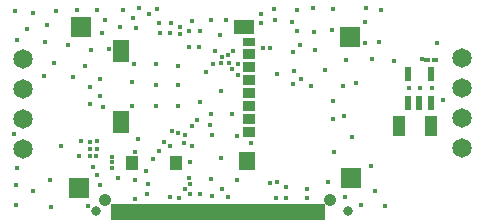
<source format=gbr>
G04 #@! TF.GenerationSoftware,KiCad,Pcbnew,(5.1.6)-1*
G04 #@! TF.CreationDate,2021-12-03T12:33:41+01:00*
G04 #@! TF.ProjectId,USBEMBEDED,55534245-4d42-4454-9445-442e6b696361,rev?*
G04 #@! TF.SameCoordinates,Original*
G04 #@! TF.FileFunction,Soldermask,Bot*
G04 #@! TF.FilePolarity,Negative*
%FSLAX46Y46*%
G04 Gerber Fmt 4.6, Leading zero omitted, Abs format (unit mm)*
G04 Created by KiCad (PCBNEW (5.1.6)-1) date 2021-12-03 12:33:41*
%MOMM*%
%LPD*%
G01*
G04 APERTURE LIST*
%ADD10C,0.010000*%
%ADD11R,1.350000X1.550000*%
%ADD12R,1.000000X1.200000*%
%ADD13R,1.350000X1.900000*%
%ADD14R,1.800000X1.170000*%
%ADD15R,1.100000X0.750000*%
%ADD16R,1.100000X0.850000*%
%ADD17C,1.650000*%
%ADD18R,1.070000X1.820000*%
%ADD19R,0.600000X1.200000*%
%ADD20R,0.470000X0.440000*%
%ADD21R,1.725000X1.725000*%
%ADD22C,1.067000*%
%ADD23C,0.813000*%
%ADD24C,0.450000*%
G04 APERTURE END LIST*
D10*
G04 #@! TO.C,U1*
G36*
X144783000Y-109940000D02*
G01*
X146257000Y-109940000D01*
X146257000Y-108720000D01*
X144783000Y-108720000D01*
X144783000Y-109940000D01*
G37*
X144783000Y-109940000D02*
X146257000Y-109940000D01*
X146257000Y-108720000D01*
X144783000Y-108720000D01*
X144783000Y-109940000D01*
G36*
X146053000Y-109940000D02*
G01*
X147527000Y-109940000D01*
X147527000Y-108720000D01*
X146053000Y-108720000D01*
X146053000Y-109940000D01*
G37*
X146053000Y-109940000D02*
X147527000Y-109940000D01*
X147527000Y-108720000D01*
X146053000Y-108720000D01*
X146053000Y-109940000D01*
G36*
X147323000Y-109940000D02*
G01*
X148797000Y-109940000D01*
X148797000Y-108720000D01*
X147323000Y-108720000D01*
X147323000Y-109940000D01*
G37*
X147323000Y-109940000D02*
X148797000Y-109940000D01*
X148797000Y-108720000D01*
X147323000Y-108720000D01*
X147323000Y-109940000D01*
G36*
X148593000Y-109940000D02*
G01*
X150067000Y-109940000D01*
X150067000Y-108720000D01*
X148593000Y-108720000D01*
X148593000Y-109940000D01*
G37*
X148593000Y-109940000D02*
X150067000Y-109940000D01*
X150067000Y-108720000D01*
X148593000Y-108720000D01*
X148593000Y-109940000D01*
G36*
X149863000Y-109940000D02*
G01*
X151337000Y-109940000D01*
X151337000Y-108720000D01*
X149863000Y-108720000D01*
X149863000Y-109940000D01*
G37*
X149863000Y-109940000D02*
X151337000Y-109940000D01*
X151337000Y-108720000D01*
X149863000Y-108720000D01*
X149863000Y-109940000D01*
G36*
X151133000Y-109940000D02*
G01*
X152607000Y-109940000D01*
X152607000Y-108720000D01*
X151133000Y-108720000D01*
X151133000Y-109940000D01*
G37*
X151133000Y-109940000D02*
X152607000Y-109940000D01*
X152607000Y-108720000D01*
X151133000Y-108720000D01*
X151133000Y-109940000D01*
G36*
X152403000Y-109940000D02*
G01*
X153877000Y-109940000D01*
X153877000Y-108720000D01*
X152403000Y-108720000D01*
X152403000Y-109940000D01*
G37*
X152403000Y-109940000D02*
X153877000Y-109940000D01*
X153877000Y-108720000D01*
X152403000Y-108720000D01*
X152403000Y-109940000D01*
G36*
X153673000Y-109940000D02*
G01*
X155147000Y-109940000D01*
X155147000Y-108720000D01*
X153673000Y-108720000D01*
X153673000Y-109940000D01*
G37*
X153673000Y-109940000D02*
X155147000Y-109940000D01*
X155147000Y-108720000D01*
X153673000Y-108720000D01*
X153673000Y-109940000D01*
G36*
X154943000Y-109940000D02*
G01*
X156417000Y-109940000D01*
X156417000Y-108720000D01*
X154943000Y-108720000D01*
X154943000Y-109940000D01*
G37*
X154943000Y-109940000D02*
X156417000Y-109940000D01*
X156417000Y-108720000D01*
X154943000Y-108720000D01*
X154943000Y-109940000D01*
G36*
X156213000Y-109940000D02*
G01*
X157687000Y-109940000D01*
X157687000Y-108720000D01*
X156213000Y-108720000D01*
X156213000Y-109940000D01*
G37*
X156213000Y-109940000D02*
X157687000Y-109940000D01*
X157687000Y-108720000D01*
X156213000Y-108720000D01*
X156213000Y-109940000D01*
G36*
X157483000Y-109940000D02*
G01*
X158957000Y-109940000D01*
X158957000Y-108720000D01*
X157483000Y-108720000D01*
X157483000Y-109940000D01*
G37*
X157483000Y-109940000D02*
X158957000Y-109940000D01*
X158957000Y-108720000D01*
X157483000Y-108720000D01*
X157483000Y-109940000D01*
G36*
X158753000Y-109940000D02*
G01*
X160227000Y-109940000D01*
X160227000Y-108720000D01*
X158753000Y-108720000D01*
X158753000Y-109940000D01*
G37*
X158753000Y-109940000D02*
X160227000Y-109940000D01*
X160227000Y-108720000D01*
X158753000Y-108720000D01*
X158753000Y-109940000D01*
G36*
X160023000Y-109940000D02*
G01*
X161497000Y-109940000D01*
X161497000Y-108720000D01*
X160023000Y-108720000D01*
X160023000Y-109940000D01*
G37*
X160023000Y-109940000D02*
X161497000Y-109940000D01*
X161497000Y-108720000D01*
X160023000Y-108720000D01*
X160023000Y-109940000D01*
G36*
X161293000Y-109940000D02*
G01*
X162767000Y-109940000D01*
X162767000Y-108720000D01*
X161293000Y-108720000D01*
X161293000Y-109940000D01*
G37*
X161293000Y-109940000D02*
X162767000Y-109940000D01*
X162767000Y-108720000D01*
X161293000Y-108720000D01*
X161293000Y-109940000D01*
G04 #@! TD*
D11*
G04 #@! TO.C,SD1*
X156280000Y-105075000D03*
D12*
X150255000Y-105250000D03*
X146555000Y-105250000D03*
D13*
X145580000Y-101750000D03*
X145580000Y-95780000D03*
D14*
X156055000Y-93755000D03*
D15*
X156405000Y-94965000D03*
D16*
X156405000Y-96015000D03*
X156405000Y-97115000D03*
X156405000Y-98215000D03*
X156405000Y-99315000D03*
X156405000Y-100415000D03*
X156405000Y-101515000D03*
X156405000Y-102615000D03*
G04 #@! TD*
D17*
G04 #@! TO.C,PCSIDE1*
X137270000Y-96390000D03*
X137270000Y-98930000D03*
X137270000Y-101470000D03*
X137270000Y-104010000D03*
G04 #@! TD*
G04 #@! TO.C,KEYBOARDSIDE1*
X174510000Y-103960000D03*
X174510000Y-101420000D03*
X174510000Y-98880000D03*
X174510000Y-96340000D03*
G04 #@! TD*
D18*
G04 #@! TO.C,C1*
X169130000Y-102130000D03*
X171890000Y-102130000D03*
G04 #@! TD*
D19*
G04 #@! TO.C,KEYPWR1*
X171820000Y-97670000D03*
X169920000Y-97670000D03*
X169920000Y-100170000D03*
X170870000Y-100170000D03*
X171820000Y-100170000D03*
G04 #@! TD*
D20*
G04 #@! TO.C,0.1uF5*
X171510000Y-96470000D03*
X172180000Y-96470000D03*
G04 #@! TD*
D21*
G04 #@! TO.C,TX1*
X165000000Y-94560000D03*
G04 #@! TD*
G04 #@! TO.C,RX1*
X165060000Y-106460000D03*
G04 #@! TD*
G04 #@! TO.C,GND1*
X142180000Y-93700000D03*
G04 #@! TD*
G04 #@! TO.C,5V+1*
X142030000Y-107360000D03*
G04 #@! TD*
D22*
G04 #@! TO.C,U1*
X163300000Y-108339000D03*
D23*
X164799000Y-109330000D03*
X143488000Y-109330000D03*
D22*
X144250000Y-108339000D03*
G04 #@! TD*
D24*
X154760000Y-96770000D03*
X154080000Y-96770000D03*
X171130000Y-96420000D03*
X170910000Y-100320000D03*
X169090000Y-102640000D03*
X156650000Y-103520000D03*
X156620000Y-97370000D03*
X150450000Y-97040000D03*
X146730000Y-96890000D03*
X148530000Y-96890000D03*
X150430000Y-98650000D03*
X146520000Y-98410000D03*
X148570000Y-98610000D03*
X148570000Y-100400000D03*
X150420000Y-100390000D03*
X146530000Y-100390000D03*
X158210000Y-106890000D03*
X154080000Y-104840000D03*
X154110000Y-99130000D03*
X143540000Y-103410000D03*
X142980000Y-103420000D03*
X142970000Y-104050000D03*
X143560000Y-104070000D03*
X143520000Y-104630000D03*
X142960000Y-104630000D03*
X143270000Y-105570000D03*
X136620000Y-92350000D03*
X140080000Y-92330000D03*
X143610000Y-92280000D03*
X145740000Y-92240000D03*
X141910000Y-92280000D03*
X136730000Y-108820000D03*
X139650000Y-108960000D03*
X142790000Y-108910000D03*
X141090000Y-95250000D03*
X141500000Y-97920000D03*
X142950000Y-98770000D03*
X143860000Y-99580000D03*
X143830000Y-98160000D03*
X142580000Y-97060000D03*
X143050000Y-95690000D03*
X144000000Y-94220000D03*
X144240000Y-93140000D03*
X143840000Y-107060000D03*
X146760000Y-106660000D03*
X145310000Y-106470000D03*
X143610000Y-106250000D03*
X158730000Y-108200000D03*
X159550000Y-107240000D03*
X159540000Y-108220000D03*
X161350000Y-108200000D03*
X161320000Y-107470000D03*
X146880000Y-93840000D03*
X145560000Y-93750000D03*
X146630000Y-92930000D03*
X147090000Y-92120000D03*
X148870000Y-94240000D03*
X148840000Y-93370000D03*
X149850000Y-93380000D03*
X150620000Y-93740000D03*
X151390000Y-94020000D03*
X151400000Y-95400000D03*
X152250000Y-95400000D03*
X152280000Y-94020000D03*
X151580000Y-93180000D03*
X154470000Y-93150000D03*
X153220000Y-93140000D03*
X154960000Y-97290000D03*
X153230000Y-101120000D03*
X155020000Y-101110000D03*
X153310000Y-102860000D03*
X155410000Y-102970000D03*
X163130000Y-106820000D03*
X164570000Y-108110000D03*
X165950000Y-108780000D03*
X172350000Y-95110000D03*
X167110000Y-107580000D03*
X167980000Y-108850000D03*
X168760000Y-96570000D03*
X166880000Y-96400000D03*
X164620000Y-96480000D03*
X164430000Y-98690000D03*
X164460000Y-101260000D03*
X163580000Y-99980000D03*
X161730000Y-98720000D03*
X162870000Y-97350000D03*
X162070000Y-95680000D03*
X160800000Y-95230000D03*
X167440000Y-94950000D03*
X167580000Y-92280000D03*
X166280000Y-95030000D03*
X166320000Y-92120000D03*
X166290000Y-93300000D03*
X163450000Y-94010000D03*
X163530000Y-92160000D03*
X161940000Y-94130000D03*
X161900000Y-92140000D03*
X160520000Y-94090000D03*
X160540000Y-92270000D03*
X160040000Y-93290000D03*
X158540000Y-92190000D03*
X166800000Y-105450000D03*
X157480000Y-92580000D03*
X152770000Y-97490000D03*
X149730000Y-108080000D03*
X147760000Y-105950000D03*
X153230000Y-106600000D03*
X163640000Y-104270000D03*
X151640000Y-102070000D03*
X151440000Y-105110000D03*
X151640000Y-103810000D03*
X170010000Y-98910000D03*
X170960000Y-98910000D03*
X171900000Y-98920000D03*
X137660000Y-93870000D03*
X139310000Y-93550000D03*
X139150000Y-95020000D03*
X139950000Y-96800000D03*
X136560000Y-102750000D03*
X136840000Y-105660000D03*
X139600000Y-106670000D03*
X138180000Y-107580000D03*
X136740000Y-107120000D03*
X139080000Y-97840000D03*
X136780000Y-94860000D03*
X138160000Y-92530000D03*
X154680000Y-96100000D03*
X154180000Y-96220000D03*
X155090000Y-95730000D03*
X154010000Y-94430000D03*
X156470000Y-99310000D03*
X160250000Y-97410000D03*
X163520000Y-101520000D03*
X158835000Y-106880000D03*
X160193520Y-98580000D03*
X158830000Y-97680000D03*
X146820000Y-108300000D03*
X155490000Y-96830000D03*
X147910000Y-107020000D03*
X171810000Y-97460000D03*
X171790000Y-98010000D03*
X153600000Y-95730000D03*
X153410000Y-96810000D03*
X144800000Y-104690000D03*
X144800000Y-105150000D03*
X144810000Y-105620000D03*
X144552998Y-95590000D03*
X144110000Y-100520000D03*
X150590000Y-94340000D03*
X152304018Y-100068572D03*
X146750000Y-104260000D03*
X148276553Y-104861053D03*
X165140000Y-103000000D03*
X160870000Y-98100000D03*
X148660000Y-92160000D03*
X153280000Y-108030000D03*
X158186340Y-95493660D03*
X142090000Y-104660000D03*
X142230000Y-103370000D03*
X140550000Y-103830000D03*
X142950000Y-100200000D03*
X147060000Y-103200000D03*
X147960000Y-92590000D03*
X154653712Y-108133712D03*
X158601840Y-93110000D03*
X157478951Y-93351049D03*
X157609899Y-95468231D03*
X165480000Y-98460000D03*
X151010000Y-102860000D03*
X149740000Y-103830000D03*
X150540000Y-108220000D03*
X150447168Y-102732909D03*
X149278398Y-103483799D03*
X149885230Y-102515989D03*
X147820000Y-107870000D03*
X148819513Y-104228822D03*
X149760000Y-94230000D03*
X150957606Y-103500000D03*
X172900000Y-99870000D03*
X151454500Y-107049376D03*
X153180000Y-101980000D03*
X151454500Y-107880376D03*
X152285500Y-107880376D03*
X151033575Y-107444032D03*
X154120000Y-107464876D03*
X155440000Y-106633876D03*
X151361001Y-106480000D03*
X160193520Y-95837998D03*
X152030001Y-101580000D03*
X155502998Y-97800000D03*
M02*

</source>
